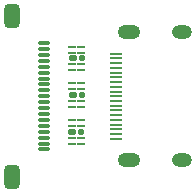
<source format=gbr>
%TF.GenerationSoftware,KiCad,Pcbnew,8.99.0-344-gfbc433deaa*%
%TF.CreationDate,2024-04-11T03:20:37-04:00*%
%TF.ProjectId,typeC,74797065-432e-46b6-9963-61645f706362,rev?*%
%TF.SameCoordinates,Original*%
%TF.FileFunction,Paste,Top*%
%TF.FilePolarity,Positive*%
%FSLAX46Y46*%
G04 Gerber Fmt 4.6, Leading zero omitted, Abs format (unit mm)*
G04 Created by KiCad (PCBNEW 8.99.0-344-gfbc433deaa) date 2024-04-11 03:20:37*
%MOMM*%
%LPD*%
G01*
G04 APERTURE LIST*
G04 Aperture macros list*
%AMRoundRect*
0 Rectangle with rounded corners*
0 $1 Rounding radius*
0 $2 $3 $4 $5 $6 $7 $8 $9 X,Y pos of 4 corners*
0 Add a 4 corners polygon primitive as box body*
4,1,4,$2,$3,$4,$5,$6,$7,$8,$9,$2,$3,0*
0 Add four circle primitives for the rounded corners*
1,1,$1+$1,$2,$3*
1,1,$1+$1,$4,$5*
1,1,$1+$1,$6,$7*
1,1,$1+$1,$8,$9*
0 Add four rect primitives between the rounded corners*
20,1,$1+$1,$2,$3,$4,$5,0*
20,1,$1+$1,$4,$5,$6,$7,0*
20,1,$1+$1,$6,$7,$8,$9,0*
20,1,$1+$1,$8,$9,$2,$3,0*%
G04 Aperture macros list end*
%ADD10O,1.700000X1.200000*%
%ADD11O,1.900000X1.200000*%
%ADD12RoundRect,0.092000X0.408000X-0.023000X0.408000X0.023000X-0.408000X0.023000X-0.408000X-0.023000X0*%
%ADD13RoundRect,0.062500X-0.250000X0.062500X-0.250000X-0.062500X0.250000X-0.062500X0.250000X0.062500X0*%
%ADD14RoundRect,0.112500X-0.237500X0.112500X-0.237500X-0.112500X0.237500X-0.112500X0.237500X0.112500X0*%
%ADD15RoundRect,0.112500X-0.175000X0.112500X-0.175000X-0.112500X0.175000X-0.112500X0.175000X0.112500X0*%
%ADD16RoundRect,0.075000X-0.425000X0.075000X-0.425000X-0.075000X0.425000X-0.075000X0.425000X0.075000X0*%
%ADD17RoundRect,0.325000X-0.325000X-0.675000X0.325000X-0.675000X0.325000X0.675000X-0.325000X0.675000X0*%
G04 APERTURE END LIST*
D10*
%TO.C,J3*%
X179150000Y-92570000D03*
X179150000Y-103430000D03*
D11*
X174650000Y-92570000D03*
X174650000Y-103430000D03*
D12*
X173600000Y-101600000D03*
X173600000Y-101200000D03*
X173600000Y-100800000D03*
X173600000Y-100400000D03*
X173600000Y-100000000D03*
X173600000Y-99600000D03*
X173600000Y-99200000D03*
X173600000Y-98800000D03*
X173600000Y-98400000D03*
X173600000Y-98000000D03*
X173600000Y-97600000D03*
X173600000Y-97200000D03*
X173600000Y-96800000D03*
X173600000Y-96400000D03*
X173600000Y-96000000D03*
X173600000Y-95600000D03*
X173600000Y-95200000D03*
X173600000Y-94800000D03*
X173600000Y-94400000D03*
%TD*%
D13*
%TO.C,U3*%
X169850000Y-100000000D03*
X169850000Y-100500000D03*
D14*
X169887500Y-101000000D03*
D13*
X169850000Y-101500000D03*
X169850000Y-102000000D03*
X170625000Y-102000000D03*
X170625000Y-101500000D03*
D15*
X170650000Y-101000000D03*
D13*
X170625000Y-100500000D03*
X170625000Y-100000000D03*
%TD*%
%TO.C,U2*%
X169875000Y-96900000D03*
X169875000Y-97400000D03*
D14*
X169912500Y-97900000D03*
D13*
X169875000Y-98400000D03*
X169875000Y-98900000D03*
X170650000Y-98900000D03*
X170650000Y-98400000D03*
D15*
X170675000Y-97900000D03*
D13*
X170650000Y-97400000D03*
X170650000Y-96900000D03*
%TD*%
%TO.C,U1*%
X169862500Y-93800000D03*
X169862500Y-94300000D03*
D14*
X169900000Y-94800000D03*
D13*
X169862500Y-95300000D03*
X169862500Y-95800000D03*
X170637500Y-95800000D03*
X170637500Y-95300000D03*
D15*
X170662500Y-94800000D03*
D13*
X170637500Y-94300000D03*
X170637500Y-93800000D03*
%TD*%
D16*
%TO.C,J2*%
X167500000Y-93500000D03*
X167500000Y-94000000D03*
X167500000Y-94500000D03*
X167500000Y-95000000D03*
X167500000Y-95500000D03*
X167500000Y-96000000D03*
X167500000Y-96500000D03*
X167500000Y-97000000D03*
X167500000Y-97500000D03*
X167500000Y-98000000D03*
X167500000Y-98500000D03*
X167500000Y-99000000D03*
X167500000Y-99500000D03*
X167500000Y-100000000D03*
X167500000Y-100500000D03*
X167500000Y-101000000D03*
X167500000Y-101500000D03*
X167500000Y-102000000D03*
X167500000Y-102500000D03*
D17*
X164800000Y-91200000D03*
X164800000Y-104800000D03*
%TD*%
M02*

</source>
